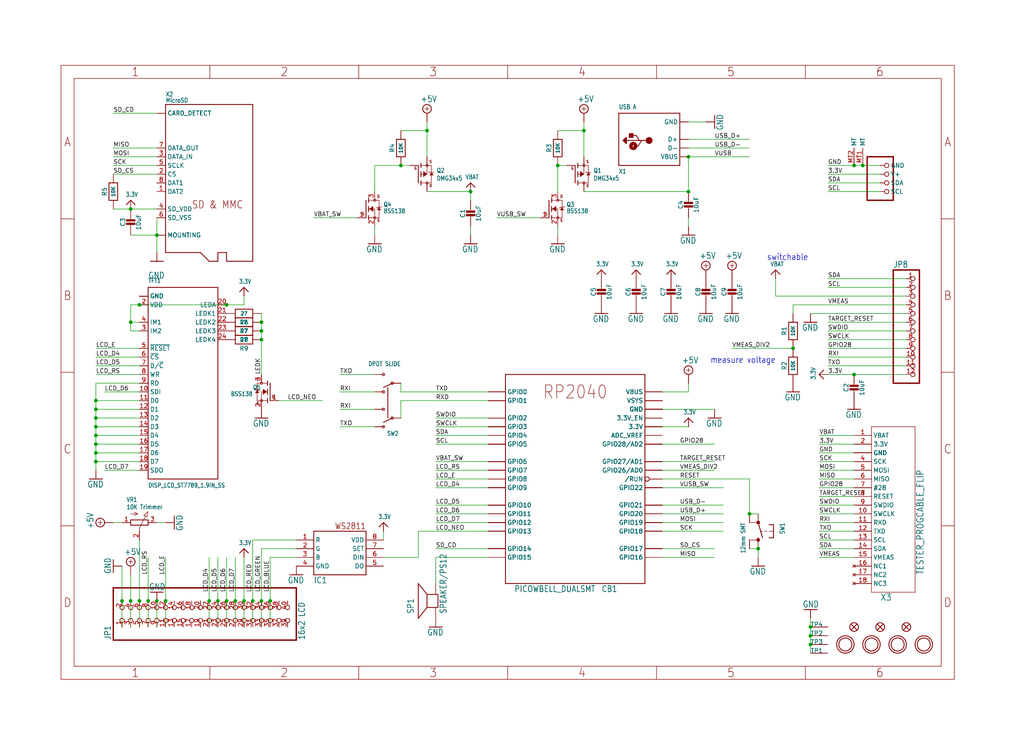
<source format=kicad_sch>
(kicad_sch (version 20230121) (generator eeschema)
  (paper "User" 298.45 217.322)
  (junction (at 231.14 101.6))
  (junction (at 170.18 38.1))
  (junction (at 27.94 119.38))
  (junction (at 27.94 121.92))
  (junction (at 40.64 175.26))
  (junction (at 66.04 175.26))
  (junction (at 218.44 149.86))
  (junction (at 76.2 175.26))
  (junction (at 63.5 175.26))
  (junction (at 124.46 38.1))
  (junction (at 76.2 93.98))
  (junction (at 76.2 96.52))
  (junction (at 248.92 48.26))
  (junction (at 236.22 182.88))
  (junction (at 38.1 93.98))
  (junction (at 35.56 175.26))
  (junction (at 66.04 88.9))
  (junction (at 78.74 175.26))
  (junction (at 45.72 175.26))
  (junction (at 27.94 116.84))
  (junction (at 48.26 175.26))
  (junction (at 68.58 175.26))
  (junction (at 76.2 99.06))
  (junction (at 248.92 109.22))
  (junction (at 27.94 127))
  (junction (at 73.66 175.26))
  (junction (at 43.18 175.26))
  (junction (at 236.22 185.42))
  (junction (at 27.94 124.46))
  (junction (at 200.66 55.88))
  (junction (at 220.98 160.02))
  (junction (at 27.94 129.54))
  (junction (at 137.16 55.88))
  (junction (at 27.94 134.62))
  (junction (at 27.94 132.08))
  (junction (at 40.64 88.9))
  (junction (at 38.1 60.96))
  (junction (at 251.46 48.26))
  (junction (at 236.22 187.96))
  (junction (at 116.84 48.26))
  (junction (at 60.96 175.26))
  (junction (at 38.1 175.26))
  (junction (at 162.56 48.26))
  (junction (at 200.66 45.72))
  (junction (at 45.72 68.58))
  (junction (at 71.12 175.26))
  (wire (pts (xy 76.2 93.98) (xy 76.2 96.52)) (stroke (width 0.1524)))
  (wire (pts (xy 40.64 134.62) (xy 27.94 134.62)) (stroke (width 0.1524)))
  (wire (pts (xy 40.64 109.22) (xy 27.94 109.22)) (stroke (width 0.1524)))
  (wire (pts (xy 264.16 93.98) (xy 241.3 93.98)) (stroke (width 0.1524)))
  (wire (pts (xy 104.14 63.5) (xy 91.44 63.5)) (stroke (width 0.1524)))
  (wire (pts (xy 68.58 182.88) (xy 68.58 175.26)) (stroke (width 0.1524)))
  (wire (pts (xy 43.18 182.88) (xy 43.18 175.26)) (stroke (width 0.1524)))
  (wire (pts (xy 76.2 175.26) (xy 76.2 182.88)) (stroke (width 0.1524)))
  (wire (pts (xy 109.22 68.58) (xy 109.22 66.04)) (stroke (width 0.1524)))
  (wire (pts (xy 256.54 53.34) (xy 241.3 53.34)) (stroke (width 0.1524)))
  (wire (pts (xy 45.72 152.4) (xy 48.26 152.4)) (stroke (width 0.1524)))
  (wire (pts (xy 86.36 160.02) (xy 76.2 160.02)) (stroke (width 0.1524)))
  (wire (pts (xy 71.12 182.88) (xy 71.12 175.26)) (stroke (width 0.1524)))
  (wire (pts (xy 45.72 63.5) (xy 45.72 68.58)) (stroke (width 0.1524)))
  (wire (pts (xy 27.94 119.38) (xy 27.94 116.84)) (stroke (width 0.1524)))
  (wire (pts (xy 99.06 109.22) (xy 109.22 109.22)) (stroke (width 0.1524)))
  (wire (pts (xy 170.18 38.1) (xy 170.18 45.72)) (stroke (width 0.1524)))
  (wire (pts (xy 142.24 127) (xy 127 127)) (stroke (width 0.1524)))
  (wire (pts (xy 38.1 60.96) (xy 33.02 60.96)) (stroke (width 0.1524)))
  (wire (pts (xy 170.18 35.56) (xy 170.18 38.1)) (stroke (width 0.1524)))
  (wire (pts (xy 162.56 48.26) (xy 165.1 48.26)) (stroke (width 0.1524)))
  (wire (pts (xy 73.66 175.26) (xy 73.66 182.88)) (stroke (width 0.1524)))
  (wire (pts (xy 193.04 154.94) (xy 210.82 154.94)) (stroke (width 0.1524)))
  (wire (pts (xy 220.98 160.02) (xy 218.44 160.02)) (stroke (width 0.1524)))
  (wire (pts (xy 63.5 175.26) (xy 63.5 162.56)) (stroke (width 0.1524)))
  (wire (pts (xy 27.94 129.54) (xy 40.64 129.54)) (stroke (width 0.1524)))
  (wire (pts (xy 248.92 132.08) (xy 238.76 132.08)) (stroke (width 0.1524)))
  (wire (pts (xy 142.24 162.56) (xy 127 162.56)) (stroke (width 0.1524)))
  (wire (pts (xy 40.64 175.26) (xy 40.64 157.48)) (stroke (width 0.1524)))
  (wire (pts (xy 236.22 180.34) (xy 236.22 182.88)) (stroke (width 0.1524)))
  (wire (pts (xy 193.04 142.24) (xy 210.82 142.24)) (stroke (width 0.1524)))
  (wire (pts (xy 116.84 48.26) (xy 119.38 48.26)) (stroke (width 0.1524)))
  (wire (pts (xy 236.22 91.44) (xy 264.16 91.44)) (stroke (width 0.1524)))
  (wire (pts (xy 48.26 182.88) (xy 48.26 175.26)) (stroke (width 0.1524)))
  (wire (pts (xy 236.22 182.88) (xy 236.22 185.42)) (stroke (width 0.1524)))
  (wire (pts (xy 200.66 45.72) (xy 218.44 45.72)) (stroke (width 0.1524)))
  (wire (pts (xy 27.94 111.76) (xy 40.64 111.76)) (stroke (width 0.1524)))
  (wire (pts (xy 40.64 93.98) (xy 38.1 93.98)) (stroke (width 0.1524)))
  (wire (pts (xy 48.26 175.26) (xy 48.26 162.56)) (stroke (width 0.1524)))
  (wire (pts (xy 200.66 35.56) (xy 205.74 35.56)) (stroke (width 0.1524)))
  (wire (pts (xy 210.82 152.4) (xy 193.04 152.4)) (stroke (width 0.1524)))
  (wire (pts (xy 226.06 86.36) (xy 226.06 81.28)) (stroke (width 0.1524)))
  (wire (pts (xy 121.92 162.56) (xy 111.76 162.56)) (stroke (width 0.1524)))
  (wire (pts (xy 45.72 43.18) (xy 33.02 43.18)) (stroke (width 0.1524)))
  (wire (pts (xy 45.72 33.02) (xy 33.02 33.02)) (stroke (width 0.1524)))
  (wire (pts (xy 27.94 116.84) (xy 27.94 111.76)) (stroke (width 0.1524)))
  (wire (pts (xy 193.04 139.7) (xy 218.44 139.7)) (stroke (width 0.1524)))
  (wire (pts (xy 238.76 134.62) (xy 248.92 134.62)) (stroke (width 0.1524)))
  (wire (pts (xy 200.66 114.3) (xy 200.66 111.76)) (stroke (width 0.1524)))
  (wire (pts (xy 236.22 185.42) (xy 236.22 187.96)) (stroke (width 0.1524)))
  (wire (pts (xy 241.3 50.8) (xy 256.54 50.8)) (stroke (width 0.1524)))
  (wire (pts (xy 76.2 160.02) (xy 76.2 175.26)) (stroke (width 0.1524)))
  (wire (pts (xy 238.76 144.78) (xy 248.92 144.78)) (stroke (width 0.1524)))
  (wire (pts (xy 142.24 121.92) (xy 127 121.92)) (stroke (width 0.1524)))
  (wire (pts (xy 248.92 160.02) (xy 238.76 160.02)) (stroke (width 0.1524)))
  (wire (pts (xy 241.3 106.68) (xy 264.16 106.68)) (stroke (width 0.1524)))
  (wire (pts (xy 33.02 48.26) (xy 45.72 48.26)) (stroke (width 0.1524)))
  (wire (pts (xy 142.24 160.02) (xy 127 160.02)) (stroke (width 0.1524)))
  (wire (pts (xy 99.06 119.38) (xy 109.22 119.38)) (stroke (width 0.1524)))
  (wire (pts (xy 40.64 106.68) (xy 27.94 106.68)) (stroke (width 0.1524)))
  (wire (pts (xy 200.66 66.04) (xy 200.66 63.5)) (stroke (width 0.1524)))
  (wire (pts (xy 238.76 149.86) (xy 248.92 149.86)) (stroke (width 0.1524)))
  (wire (pts (xy 27.94 134.62) (xy 27.94 137.16)) (stroke (width 0.1524)))
  (wire (pts (xy 27.94 132.08) (xy 27.94 134.62)) (stroke (width 0.1524)))
  (wire (pts (xy 162.56 68.58) (xy 162.56 66.04)) (stroke (width 0.1524)))
  (wire (pts (xy 157.48 63.5) (xy 144.78 63.5)) (stroke (width 0.1524)))
  (wire (pts (xy 193.04 114.3) (xy 200.66 114.3)) (stroke (width 0.1524)))
  (wire (pts (xy 60.96 162.56) (xy 60.96 175.26)) (stroke (width 0.1524)))
  (wire (pts (xy 248.92 137.16) (xy 238.76 137.16)) (stroke (width 0.1524)))
  (wire (pts (xy 238.76 129.54) (xy 248.92 129.54)) (stroke (width 0.1524)))
  (wire (pts (xy 127 162.56) (xy 127 170.18)) (stroke (width 0.1524)))
  (wire (pts (xy 35.56 165.1) (xy 35.56 175.26)) (stroke (width 0.1524)))
  (wire (pts (xy 236.22 190.5) (xy 236.22 187.96)) (stroke (width 0.1524)))
  (wire (pts (xy 45.72 175.26) (xy 45.72 182.88)) (stroke (width 0.1524)))
  (wire (pts (xy 193.04 162.56) (xy 208.28 162.56)) (stroke (width 0.1524)))
  (wire (pts (xy 38.1 167.64) (xy 38.1 175.26)) (stroke (width 0.1524)))
  (wire (pts (xy 35.56 175.26) (xy 35.56 182.88)) (stroke (width 0.1524)))
  (wire (pts (xy 38.1 88.9) (xy 38.1 93.98)) (stroke (width 0.1524)))
  (wire (pts (xy 193.04 134.62) (xy 208.28 134.62)) (stroke (width 0.1524)))
  (wire (pts (xy 218.44 139.7) (xy 218.44 149.86)) (stroke (width 0.1524)))
  (wire (pts (xy 40.64 137.16) (xy 30.48 137.16)) (stroke (width 0.1524)))
  (wire (pts (xy 241.3 99.06) (xy 264.16 99.06)) (stroke (width 0.1524)))
  (wire (pts (xy 200.66 55.88) (xy 200.66 45.72)) (stroke (width 0.1524)))
  (wire (pts (xy 40.64 114.3) (xy 30.48 114.3)) (stroke (width 0.1524)))
  (wire (pts (xy 66.04 162.56) (xy 66.04 175.26)) (stroke (width 0.1524)))
  (wire (pts (xy 40.64 132.08) (xy 27.94 132.08)) (stroke (width 0.1524)))
  (wire (pts (xy 238.76 154.94) (xy 248.92 154.94)) (stroke (width 0.1524)))
  (wire (pts (xy 76.2 96.52) (xy 76.2 99.06)) (stroke (width 0.1524)))
  (wire (pts (xy 264.16 101.6) (xy 241.3 101.6)) (stroke (width 0.1524)))
  (wire (pts (xy 170.18 38.1) (xy 162.56 38.1)) (stroke (width 0.1524)))
  (wire (pts (xy 27.94 129.54) (xy 27.94 127)) (stroke (width 0.1524)))
  (wire (pts (xy 63.5 182.88) (xy 63.5 175.26)) (stroke (width 0.1524)))
  (wire (pts (xy 193.04 137.16) (xy 208.28 137.16)) (stroke (width 0.1524)))
  (wire (pts (xy 208.28 119.38) (xy 193.04 119.38)) (stroke (width 0.1524)))
  (wire (pts (xy 76.2 91.44) (xy 76.2 93.98)) (stroke (width 0.1524)))
  (wire (pts (xy 248.92 142.24) (xy 238.76 142.24)) (stroke (width 0.1524)))
  (wire (pts (xy 45.72 60.96) (xy 38.1 60.96)) (stroke (width 0.1524)))
  (wire (pts (xy 193.04 149.86) (xy 210.82 149.86)) (stroke (width 0.1524)))
  (wire (pts (xy 200.66 124.46) (xy 193.04 124.46)) (stroke (width 0.1524)))
  (wire (pts (xy 124.46 38.1) (xy 116.84 38.1)) (stroke (width 0.1524)))
  (wire (pts (xy 40.64 121.92) (xy 27.94 121.92)) (stroke (width 0.1524)))
  (wire (pts (xy 38.1 182.88) (xy 38.1 175.26)) (stroke (width 0.1524)))
  (wire (pts (xy 220.98 160.02) (xy 220.98 162.56)) (stroke (width 0.1524)))
  (wire (pts (xy 121.92 154.94) (xy 121.92 162.56)) (stroke (width 0.1524)))
  (wire (pts (xy 40.64 96.52) (xy 38.1 96.52)) (stroke (width 0.1524)))
  (wire (pts (xy 127 149.86) (xy 142.24 149.86)) (stroke (width 0.1524)))
  (wire (pts (xy 137.16 55.88) (xy 124.46 55.88)) (stroke (width 0.1524)))
  (wire (pts (xy 248.92 147.32) (xy 238.76 147.32)) (stroke (width 0.1524)))
  (wire (pts (xy 200.66 40.64) (xy 218.44 40.64)) (stroke (width 0.1524)))
  (wire (pts (xy 60.96 175.26) (xy 60.96 182.88)) (stroke (width 0.1524)))
  (wire (pts (xy 248.92 152.4) (xy 238.76 152.4)) (stroke (width 0.1524)))
  (wire (pts (xy 111.76 154.94) (xy 111.76 157.48)) (stroke (width 0.1524)))
  (wire (pts (xy 193.04 160.02) (xy 208.28 160.02)) (stroke (width 0.1524)))
  (wire (pts (xy 45.72 68.58) (xy 38.1 68.58)) (stroke (width 0.1524)))
  (wire (pts (xy 109.22 124.46) (xy 99.06 124.46)) (stroke (width 0.1524)))
  (wire (pts (xy 109.22 55.88) (xy 109.22 48.26)) (stroke (width 0.1524)))
  (wire (pts (xy 193.04 129.54) (xy 208.28 129.54)) (stroke (width 0.1524)))
  (wire (pts (xy 256.54 48.26) (xy 251.46 48.26)) (stroke (width 0.1524)))
  (wire (pts (xy 121.92 154.94) (xy 142.24 154.94)) (stroke (width 0.1524)))
  (wire (pts (xy 241.3 109.22) (xy 248.92 109.22)) (stroke (width 0.1524)))
  (wire (pts (xy 137.16 58.42) (xy 137.16 55.88)) (stroke (width 0.1524)))
  (wire (pts (xy 35.56 152.4) (xy 33.02 152.4)) (stroke (width 0.1524)))
  (wire (pts (xy 45.72 50.8) (xy 33.02 50.8)) (stroke (width 0.1524)))
  (wire (pts (xy 231.14 101.6) (xy 213.36 101.6)) (stroke (width 0.1524)))
  (wire (pts (xy 127 124.46) (xy 142.24 124.46)) (stroke (width 0.1524)))
  (wire (pts (xy 142.24 139.7) (xy 127 139.7)) (stroke (width 0.1524)))
  (wire (pts (xy 231.14 91.44) (xy 231.14 88.9)) (stroke (width 0.1524)))
  (wire (pts (xy 68.58 175.26) (xy 68.58 162.56)) (stroke (width 0.1524)))
  (wire (pts (xy 248.92 109.22) (xy 264.16 109.22)) (stroke (width 0.1524)))
  (wire (pts (xy 78.74 182.88) (xy 78.74 175.26)) (stroke (width 0.1524)))
  (wire (pts (xy 124.46 35.56) (xy 124.46 38.1)) (stroke (width 0.1524)))
  (wire (pts (xy 38.1 96.52) (xy 38.1 93.98)) (stroke (width 0.1524)))
  (wire (pts (xy 200.66 43.18) (xy 218.44 43.18)) (stroke (width 0.1524)))
  (wire (pts (xy 86.36 162.56) (xy 78.74 162.56)) (stroke (width 0.1524)))
  (wire (pts (xy 27.94 127) (xy 27.94 124.46)) (stroke (width 0.1524)))
  (wire (pts (xy 71.12 88.9) (xy 66.04 88.9)) (stroke (width 0.1524)))
  (wire (pts (xy 241.3 83.82) (xy 264.16 83.82)) (stroke (width 0.1524)))
  (wire (pts (xy 248.92 48.26) (xy 241.3 48.26)) (stroke (width 0.1524)))
  (wire (pts (xy 27.94 119.38) (xy 40.64 119.38)) (stroke (width 0.1524)))
  (wire (pts (xy 27.94 121.92) (xy 27.94 119.38)) (stroke (width 0.1524)))
  (wire (pts (xy 248.92 127) (xy 238.76 127)) (stroke (width 0.1524)))
  (wire (pts (xy 248.92 157.48) (xy 238.76 157.48)) (stroke (width 0.1524)))
  (wire (pts (xy 116.84 116.84) (xy 142.24 116.84)) (stroke (width 0.1524)))
  (wire (pts (xy 43.18 162.56) (xy 43.18 175.26)) (stroke (width 0.1524)))
  (wire (pts (xy 71.12 86.36) (xy 71.12 88.9)) (stroke (width 0.1524)))
  (wire (pts (xy 45.72 68.58) (xy 45.72 73.66)) (stroke (width 0.1524)))
  (wire (pts (xy 86.36 157.48) (xy 73.66 157.48)) (stroke (width 0.1524)))
  (wire (pts (xy 142.24 134.62) (xy 127 134.62)) (stroke (width 0.1524)))
  (wire (pts (xy 142.24 142.24) (xy 127 142.24)) (stroke (width 0.1524)))
  (wire (pts (xy 264.16 86.36) (xy 226.06 86.36)) (stroke (width 0.1524)))
  (wire (pts (xy 251.46 48.26) (xy 248.92 48.26)) (stroke (width 0.1524)))
  (wire (pts (xy 73.66 175.26) (xy 73.66 157.48)) (stroke (width 0.1524)))
  (wire (pts (xy 137.16 68.58) (xy 137.16 66.04)) (stroke (width 0.1524)))
  (wire (pts (xy 241.3 55.88) (xy 256.54 55.88)) (stroke (width 0.1524)))
  (wire (pts (xy 264.16 88.9) (xy 231.14 88.9)) (stroke (width 0.1524)))
  (wire (pts (xy 162.56 55.88) (xy 162.56 48.26)) (stroke (width 0.1524)))
  (wire (pts (xy 142.24 152.4) (xy 127 152.4)) (stroke (width 0.1524)))
  (wire (pts (xy 27.94 132.08) (xy 27.94 129.54)) (stroke (width 0.1524)))
  (wire (pts (xy 71.12 175.26) (xy 71.12 162.56)) (stroke (width 0.1524)))
  (wire (pts (xy 27.94 124.46) (xy 40.64 124.46)) (stroke (width 0.1524)))
  (wire (pts (xy 66.04 175.26) (xy 66.04 182.88)) (stroke (width 0.1524)))
  (wire (pts (xy 33.02 45.72) (xy 45.72 45.72)) (stroke (width 0.1524)))
  (wire (pts (xy 109.22 114.3) (xy 99.06 114.3)) (stroke (width 0.1524)))
  (wire (pts (xy 238.76 139.7) (xy 248.92 139.7)) (stroke (width 0.1524)))
  (wire (pts (xy 116.84 116.84) (xy 116.84 121.92)) (stroke (width 0.1524)))
  (wire (pts (xy 40.64 116.84) (xy 27.94 116.84)) (stroke (width 0.1524)))
  (wire (pts (xy 220.98 149.86) (xy 218.44 149.86)) (stroke (width 0.1524)))
  (wire (pts (xy 124.46 38.1) (xy 124.46 45.72)) (stroke (width 0.1524)))
  (wire (pts (xy 27.94 124.46) (xy 27.94 121.92)) (stroke (width 0.1524)))
  (wire (pts (xy 38.1 88.9) (xy 40.64 88.9)) (stroke (width 0.1524)))
  (wire (pts (xy 241.3 81.28) (xy 264.16 81.28)) (stroke (width 0.1524)))
  (wire (pts (xy 116.84 114.3) (xy 116.84 111.76)) (stroke (width 0.1524)))
  (wire (pts (xy 27.94 104.14) (xy 40.64 104.14)) (stroke (width 0.1524)))
  (wire (pts (xy 241.3 104.14) (xy 264.16 104.14)) (stroke (width 0.1524)))
  (wire (pts (xy 170.18 55.88) (xy 200.66 55.88)) (stroke (width 0.1524)))
  (wire (pts (xy 76.2 99.06) (xy 76.2 109.22)) (stroke (width 0.1524)))
  (wire (pts (xy 127 129.54) (xy 142.24 129.54)) (stroke (width 0.1524)))
  (wire (pts (xy 193.04 147.32) (xy 210.82 147.32)) (stroke (width 0.1524)))
  (wire (pts (xy 40.64 127) (xy 27.94 127)) (stroke (width 0.1524)))
  (wire (pts (xy 238.76 162.56) (xy 248.92 162.56)) (stroke (width 0.1524)))
  (wire (pts (xy 40.64 88.9) (xy 66.04 88.9)) (stroke (width 0.1524)))
  (wire (pts (xy 142.24 114.3) (xy 116.84 114.3)) (stroke (width 0.1524)))
  (wire (pts (xy 127 137.16) (xy 142.24 137.16)) (stroke (width 0.1524)))
  (wire (pts (xy 142.24 147.32) (xy 127 147.32)) (stroke (width 0.1524)))
  (wire (pts (xy 40.64 101.6) (xy 27.94 101.6)) (stroke (width 0.1524)))
  (wire (pts (xy 109.22 48.26) (xy 116.84 48.26)) (stroke (width 0.1524)))
  (wire (pts (xy 78.74 175.26) (xy 78.74 162.56)) (stroke (width 0.1524)))
  (wire (pts (xy 81.28 116.84) (xy 93.98 116.84)) (stroke (width 0.1524)))
  (wire (pts (xy 241.3 96.52) (xy 264.16 96.52)) (stroke (width 0.1524)))
  (wire (pts (xy 40.64 175.26) (xy 40.64 182.88)) (stroke (width 0.1524)))
  (text "measure voltage" (at 226.06 104.14 0) (effects (font (size 1.778 1.5113)) (justify right top)))
  (text "switchable" (at 223.52 76.2 0) (effects (font (size 1.778 1.5113)) (justify left bottom)))
  (label "TARGET_RESET" (at 198.12 134.62 0) (effects (font (size 1.2446 1.2446))))
  (label "LCD_D6" (at 127 149.86 0) (effects (font (size 1.2446 1.2446))))
  (label "LCD_D5" (at 63.5 172.72 90) (effects (font (size 1.2446 1.2446))))
  (label "LCD_D6" (at 66.04 172.72 90) (effects (font (size 1.2446 1.2446))))
  (label "VMEAS" (at 238.76 162.56 0) (effects (font (size 1.2446 1.2446))))
  (label "LCD_D4" (at 127 142.24 0) (effects (font (size 1.2446 1.2446))))
  (label "LCD_D5" (at 127 147.32 0) (effects (font (size 1.2446 1.2446))))
  (label "LCD_RED" (at 73.66 172.72 90) (effects (font (size 1.2446 1.2446))))
  (label "MISO" (at 33.02 43.18 0) (effects (font (size 1.2446 1.2446))))
  (label "LCD_D4" (at 60.96 172.72 90) (effects (font (size 1.2446 1.2446))))
  (label "LCD_D4" (at 27.94 104.14 0) (effects (font (size 1.2446 1.2446))))
  (label "SD_CD" (at 127 160.02 0) (effects (font (size 1.2446 1.2446))))
  (label "LCD_GREEN" (at 76.2 172.72 90) (effects (font (size 1.2446 1.2446))))
  (label "RXI" (at 241.3 104.14 0) (effects (font (size 1.2446 1.2446))))
  (label "TARGET_RESET" (at 241.3 93.98 0) (effects (font (size 1.2446 1.2446))))
  (label "SWDIO" (at 238.76 147.32 0) (effects (font (size 1.2446 1.2446))))
  (label "LCD_NEO" (at 127 154.94 0) (effects (font (size 1.2446 1.2446))))
  (label "SDA" (at 241.3 53.34 0) (effects (font (size 1.2446 1.2446))))
  (label "LCD_D7" (at 30.48 137.16 0) (effects (font (size 1.2446 1.2446))))
  (label "RXI" (at 238.76 152.4 0) (effects (font (size 1.2446 1.2446))))
  (label "SCL" (at 241.3 83.82 0) (effects (font (size 1.2446 1.2446))))
  (label "SD_CS" (at 33.02 50.8 0) (effects (font (size 1.2446 1.2446))))
  (label "LCD_D7" (at 127 152.4 0) (effects (font (size 1.2446 1.2446))))
  (label "TXO" (at 238.76 154.94 0) (effects (font (size 1.2446 1.2446))))
  (label "VMEAS_DIV2" (at 198.12 137.16 0) (effects (font (size 1.2446 1.2446))))
  (label "3.3V" (at 241.3 109.22 0) (effects (font (size 1.2446 1.2446))))
  (label "GPIO28" (at 198.12 129.54 0) (effects (font (size 1.2446 1.2446))))
  (label "VBAT" (at 238.76 127 0) (effects (font (size 1.2446 1.2446))))
  (label "VUSB_SW" (at 144.78 63.5 0) (effects (font (size 1.2446 1.2446))))
  (label "VMEAS_DIV2" (at 213.36 101.6 0) (effects (font (size 1.2446 1.2446))))
  (label "LCD_E" (at 48.26 167.64 90) (effects (font (size 1.2446 1.2446))))
  (label "SCL" (at 238.76 157.48 0) (effects (font (size 1.2446 1.2446))))
  (label "LCD_E" (at 127 139.7 0) (effects (font (size 1.2446 1.2446))))
  (label "SCK" (at 33.02 48.26 0) (effects (font (size 1.2446 1.2446))))
  (label "LCD_D6" (at 30.48 114.3 0) (effects (font (size 1.2446 1.2446))))
  (label "TARGET_RESET" (at 238.76 144.78 0) (effects (font (size 1.2446 1.2446))))
  (label "SCK" (at 238.76 134.62 0) (effects (font (size 1.2446 1.2446))))
  (label "3.3V" (at 241.3 50.8 0) (effects (font (size 1.2446 1.2446))))
  (label "SCL" (at 241.3 55.88 0) (effects (font (size 1.2446 1.2446))))
  (label "LCD_RS" (at 43.18 167.64 90) (effects (font (size 1.2446 1.2446))))
  (label "SWDIO" (at 127 121.92 0) (effects (font (size 1.2446 1.2446))))
  (label "MOSI" (at 33.02 45.72 0) (effects (font (size 1.2446 1.2446))))
  (label "VBAT_SW" (at 91.44 63.5 0) (effects (font (size 1.2446 1.2446))))
  (label "SDA" (at 241.3 81.28 0) (effects (font (size 1.2446 1.2446))))
  (label "SD_CD" (at 33.02 33.02 0) (effects (font (size 1.2446 1.2446))))
  (label "VUSB" (at 208.28 45.72 0) (effects (font (size 1.2446 1.2446))))
  (label "LCD_D7" (at 68.58 172.72 90) (effects (font (size 1.2446 1.2446))))
  (label "LEDK" (at 76.2 109.22 90) (effects (font (size 1.2446 1.2446))))
  (label "VMEAS" (at 241.3 88.9 0) (effects (font (size 1.2446 1.2446))))
  (label "SWCLK" (at 127 124.46 0) (effects (font (size 1.2446 1.2446))))
  (label "USB_D+" (at 208.28 40.64 0) (effects (font (size 1.2446 1.2446))))
  (label "TXD" (at 127 114.3 0) (effects (font (size 1.2446 1.2446))))
  (label "SWDIO" (at 241.3 96.52 0) (effects (font (size 1.2446 1.2446))))
  (label "LCD_D5" (at 27.94 106.68 0) (effects (font (size 1.2446 1.2446))))
  (label "VBAT_SW" (at 127 134.62 0) (effects (font (size 1.2446 1.2446))))
  (label "LCD_E" (at 27.94 101.6 0) (effects (font (size 1.2446 1.2446))))
  (label "LCD_NEO" (at 83.82 116.84 0) (effects (font (size 1.2446 1.2446))))
  (label "RXD" (at 127 116.84 0) (effects (font (size 1.2446 1.2446))))
  (label "RXI" (at 99.06 119.38 0) (effects (font (size 1.2446 1.2446))))
  (label "MOSI" (at 238.76 137.16 0) (effects (font (size 1.2446 1.2446))))
  (label "MOSI" (at 198.12 152.4 0) (effects (font (size 1.2446 1.2446))))
  (label "LCD_RS" (at 27.94 109.22 0) (effects (font (size 1.2446 1.2446))))
  (label "TXO" (at 241.3 106.68 0) (effects (font (size 1.2446 1.2446))))
  (label "USB_D+" (at 198.12 149.86 0) (effects (font (size 1.2446 1.2446))))
  (label "USB_D-" (at 208.28 43.18 0) (effects (font (size 1.2446 1.2446))))
  (label "SWCLK" (at 241.3 99.06 0) (effects (font (size 1.2446 1.2446))))
  (label "RESET" (at 198.12 139.7 0) (effects (font (size 1.2446 1.2446))))
  (label "MISO" (at 198.12 162.56 0) (effects (font (size 1.2446 1.2446))))
  (label "SCK" (at 198.12 154.94 0) (effects (font (size 1.2446 1.2446))))
  (label "LCD_RS" (at 127 137.16 0) (effects (font (size 1.2446 1.2446))))
  (label "TXO" (at 99.06 124.46 0) (effects (font (size 1.2446 1.2446))))
  (label "SCL" (at 127 129.54 0) (effects (font (size 1.2446 1.2446))))
  (label "GPIO28" (at 241.3 101.6 0) (effects (font (size 1.2446 1.2446))))
  (label "RXI" (at 99.06 114.3 0) (effects (font (size 1.2446 1.2446))))
  (label "TXO" (at 99.06 109.22 0) (effects (font (size 1.2446 1.2446))))
  (label "SWCLK" (at 238.76 149.86 0) (effects (font (size 1.2446 1.2446))))
  (label "GND" (at 241.3 48.26 0) (effects (font (size 1.2446 1.2446))))
  (label "GPIO28" (at 238.76 142.24 0) (effects (font (size 1.2446 1.2446))))
  (label "VUSB_SW" (at 198.12 142.24 0) (effects (font (size 1.2446 1.2446))))
  (label "USB_D-" (at 198.12 147.32 0) (effects (font (size 1.2446 1.2446))))
  (label "GND" (at 238.76 132.08 0) (effects (font (size 1.2446 1.2446))))
  (label "LCD_BLUE" (at 78.74 172.72 90) (effects (font (size 1.2446 1.2446))))
  (label "SDA" (at 127 127 0) (effects (font (size 1.2446 1.2446))))
  (label "SD_CS" (at 198.12 160.02 0) (effects (font (size 1.2446 1.2446))))
  (label "MISO" (at 238.76 139.7 0) (effects (font (size 1.2446 1.2446))))
  (label "3.3V" (at 238.76 129.54 0) (effects (font (size 1.2446 1.2446))))
  (label "SDA" (at 238.76 160.02 0) (effects (font (size 1.2446 1.2446))))
  (symbol (lib_id "working-eagle-import:3.3V") (at 200.66 121.92 0) (unit 1)
    (property "Reference" "#U$2" (effects hide))
    (property "Value" "3.3V" (at 199.136 120.904 0) (effects (font (size 1.27 1.0795)) (justify left bottom)))
  )
  (symbol (lib_id "working-eagle-import:FIDUCIAL_1MM") (at 256.54 182.88 0) (unit 1)
    (property "Reference" "FID2" (effects hide))
    (property "Value" "FIDUCIAL_1MM" (effects hide))
    (property "Footprint" "working:FIDUCIAL_1MM" (effects hide))
  )
  (symbol (lib_id "working-eagle-import:+5V") (at 124.46 33.02 0) (unit 1)
    (property "Reference" "#SUPPLY5" (effects hide))
    (property "Value" "+5V" (at 122.555 29.845 0) (effects (font (size 1.778 1.5113)) (justify left bottom)))
  )
  (symbol (lib_id "working-eagle-import:SEWTAP_SMTNUTM3") (at 236.22 190.5 0) (unit 1)
    (property "Reference" "TP1" (at 236.22 190.5 0) (effects (justify left bottom)))
    (property "Value" "SEWTAP_SMTNUTM3" (effects hide))
    (property "Footprint" "working:SMT_NUT_3MM" (effects hide))
  )
  (symbol (lib_id "working-eagle-import:RESISTOR_0603_NOOUT") (at 231.14 96.52 90) (unit 1)
    (property "Reference" "R1" (at 228.6 96.52 0))
    (property "Value" "10K" (at 231.14 96.52 0) (effects (font (size 1.016 1.016) bold)))
    (property "Footprint" "working:0603-NO" (effects hide))
  )
  (symbol (lib_id "working-eagle-import:GND") (at 127 182.88 0) (unit 1)
    (property "Reference" "#GND16" (effects hide))
    (property "Value" "GND" (at 124.46 185.42 0) (effects (font (size 1.778 1.5113)) (justify left bottom)))
  )
  (symbol (lib_id "working-eagle-import:CAP_CERAMIC0805-NOOUTLINE") (at 185.42 86.36 0) (unit 1)
    (property "Reference" "C6" (at 183.13 85.11 90))
    (property "Value" "10uF" (at 187.72 85.11 90))
    (property "Footprint" "working:0805-NO" (effects hide))
  )
  (symbol (lib_id "working-eagle-import:GND") (at 220.98 165.1 0) (unit 1)
    (property "Reference" "#GND4" (effects hide))
    (property "Value" "GND" (at 218.44 167.64 0) (effects (font (size 1.778 1.5113)) (justify left bottom)))
  )
  (symbol (lib_id "working-eagle-import:GND") (at 248.92 119.38 0) (unit 1)
    (property "Reference" "#GND14" (effects hide))
    (property "Value" "GND" (at 246.38 121.92 0) (effects (font (size 1.778 1.5113)) (justify left bottom)))
  )
  (symbol (lib_id "working-eagle-import:+5V") (at 170.18 33.02 0) (unit 1)
    (property "Reference" "#SUPPLY6" (effects hide))
    (property "Value" "+5V" (at 168.275 29.845 0) (effects (font (size 1.778 1.5113)) (justify left bottom)))
  )
  (symbol (lib_id "working-eagle-import:GND") (at 162.56 71.12 0) (unit 1)
    (property "Reference" "#GND3" (effects hide))
    (property "Value" "GND" (at 160.02 73.66 0) (effects (font (size 1.778 1.5113)) (justify left bottom)))
  )
  (symbol (lib_id "working-eagle-import:RESISTOR_0603_NOOUT") (at 71.12 96.52 180) (unit 1)
    (property "Reference" "R8" (at 71.12 99.06 0))
    (property "Value" "27" (at 71.12 96.52 0) (effects (font (size 1.016 1.016) bold)))
    (property "Footprint" "working:0603-NO" (effects hide))
    (property "LCSC" "C25190" (effects hide))
  )
  (symbol (lib_id "working-eagle-import:RESISTOR_0603_NOOUT") (at 116.84 43.18 90) (unit 1)
    (property "Reference" "R4" (at 114.3 43.18 0))
    (property "Value" "10K" (at 116.84 43.18 0) (effects (font (size 1.016 1.016) bold)))
    (property "Footprint" "working:0603-NO" (effects hide))
  )
  (symbol (lib_id "working-eagle-import:GND") (at 33.02 165.1 270) (unit 1)
    (property "Reference" "#GND5" (effects hide))
    (property "Value" "GND" (at 30.48 162.56 0) (effects (font (size 1.778 1.5113)) (justify left bottom)))
  )
  (symbol (lib_id "working-eagle-import:CAP_CERAMIC0805-NOOUTLINE") (at 205.74 86.36 0) (unit 1)
    (property "Reference" "C8" (at 203.45 85.11 90))
    (property "Value" "10uF" (at 208.04 85.11 90))
    (property "Footprint" "working:0805-NO" (effects hide))
  )
  (symbol (lib_id "working-eagle-import:MOSFET-PWIDE") (at 124.46 50.8 0) (unit 1)
    (property "Reference" "Q2" (at 127.254 50.419 0) (effects (font (size 1.27 1.0795)) (justify left bottom)))
    (property "Value" "DMG34x5" (at 127.254 52.705 0) (effects (font (size 1.27 1.0795)) (justify left bottom)))
    (property "Footprint" "working:SOT23-WIDE" (effects hide))
  )
  (symbol (lib_id "working-eagle-import:RESISTOR_0603_NOOUT") (at 33.02 55.88 90) (unit 1)
    (property "Reference" "R5" (at 30.48 55.88 0))
    (property "Value" "10K" (at 33.02 55.88 0) (effects (font (size 1.016 1.016) bold)))
    (property "Footprint" "working:0603-NO" (effects hide))
  )
  (symbol (lib_id "working-eagle-import:STEMMA_I2C_QT") (at 248.92 48.26 90) (unit 3)
    (property "Reference" "CONN1" (effects hide))
    (property "Value" "STEMMA_I2C_QT" (effects hide))
    (property "Footprint" "working:JST_SH4" (effects hide))
  )
  (symbol (lib_id "working-eagle-import:GND") (at 213.36 91.44 0) (unit 1)
    (property "Reference" "#GND23" (effects hide))
    (property "Value" "GND" (at 210.82 93.98 0) (effects (font (size 1.778 1.5113)) (justify left bottom)))
  )
  (symbol (lib_id "working-eagle-import:MOUNTINGHOLE3.0THIN") (at 261.62 187.96 0) (unit 1)
    (property "Reference" "U$8" (effects hide))
    (property "Value" "MOUNTINGHOLE3.0THIN" (effects hide))
    (property "Footprint" "working:MOUNTINGHOLE_3.0_PLATEDTHIN" (effects hide))
  )
  (symbol (lib_id "working-eagle-import:GND") (at 236.22 93.98 0) (unit 1)
    (property "Reference" "#GND13" (effects hide))
    (property "Value" "GND" (at 233.68 96.52 0) (effects (font (size 1.778 1.5113)) (justify left bottom)))
  )
  (symbol (lib_id "working-eagle-import:GND") (at 109.22 71.12 0) (unit 1)
    (property "Reference" "#GND10" (effects hide))
    (property "Value" "GND" (at 106.68 73.66 0) (effects (font (size 1.778 1.5113)) (justify left bottom)))
  )
  (symbol (lib_id "working-eagle-import:PICOWBELL_DUALSMT") (at 167.64 139.7 0) (unit 1)
    (property "Reference" "CB1" (at 175.26 172.72 0) (effects (font (size 1.778 1.5113)) (justify left bottom)))
    (property "Value" "PICOWBELL_DUALSMT" (at 149.86 172.72 0) (effects (font (size 1.778 1.5113)) (justify left bottom)))
    (property "Footprint" "working:PICOWBELL_DUALSMT" (effects hide))
  )
  (symbol (lib_id "working-eagle-import:GND") (at 185.42 91.44 0) (unit 1)
    (property "Reference" "#GND20" (effects hide))
    (property "Value" "GND" (at 182.88 93.98 0) (effects (font (size 1.778 1.5113)) (justify left bottom)))
  )
  (symbol (lib_id "working-eagle-import:STEMMA_I2C_QT") (at 256.54 53.34 0) (unit 1)
    (property "Reference" "CONN1" (effects hide))
    (property "Value" "STEMMA_I2C_QT" (effects hide))
    (property "Footprint" "working:JST_SH4" (effects hide))
  )
  (symbol (lib_id "working-eagle-import:SPEAKER/PS12") (at 127 175.26 90) (unit 1)
    (property "Reference" "SP1" (at 120.65 179.07 0) (effects (font (size 1.778 1.5113)) (justify left bottom)))
    (property "Value" "SPEAKER/PS12" (at 130.175 179.07 0) (effects (font (size 1.778 1.5113)) (justify left bottom)))
    (property "Footprint" "working:PS12" (effects hide))
  )
  (symbol (lib_id "working-eagle-import:GND") (at 137.16 71.12 0) (unit 1)
    (property "Reference" "#GND12" (effects hide))
    (property "Value" "GND" (at 134.62 73.66 0) (effects (font (size 1.778 1.5113)) (justify left bottom)))
  )
  (symbol (lib_id "working-eagle-import:STEMMA_I2C_QT") (at 251.46 48.26 90) (unit 2)
    (property "Reference" "CONN1" (effects hide))
    (property "Value" "STEMMA_I2C_QT" (effects hide))
    (property "Footprint" "working:JST_SH4" (effects hide))
  )
  (symbol (lib_id "working-eagle-import:GND") (at 86.36 167.64 0) (unit 1)
    (property "Reference" "#GND11" (effects hide))
    (property "Value" "GND" (at 83.82 170.18 0) (effects (font (size 1.778 1.5113)) (justify left bottom)))
  )
  (symbol (lib_id "working-eagle-import:3.3V") (at 185.42 78.74 0) (unit 1)
    (property "Reference" "#U$15" (effects hide))
    (property "Value" "3.3V" (at 183.896 77.724 0) (effects (font (size 1.27 1.0795)) (justify left bottom)))
  )
  (symbol (lib_id "working-eagle-import:VBAT") (at 226.06 78.74 0) (unit 1)
    (property "Reference" "#U$6" (effects hide))
    (property "Value" "VBAT" (at 224.536 77.724 0) (effects (font (size 1.27 1.0795)) (justify left bottom)))
  )
  (symbol (lib_id "working-eagle-import:RESISTOR_0603_NOOUT") (at 71.12 91.44 180) (unit 1)
    (property "Reference" "R6" (at 71.12 93.98 0))
    (property "Value" "27" (at 71.12 91.44 0) (effects (font (size 1.016 1.016) bold)))
    (property "Footprint" "working:0603-NO" (effects hide))
    (property "LCSC" "C25190" (effects hide))
  )
  (symbol (lib_id "working-eagle-import:GND") (at 76.2 121.92 0) (unit 1)
    (property "Reference" "#GND18" (effects hide))
    (property "Value" "GND" (at 73.66 124.46 0) (effects (font (size 1.778 1.5113)) (justify left bottom)))
  )
  (symbol (lib_id "working-eagle-import:3.3V") (at 71.12 160.02 0) (unit 1)
    (property "Reference" "#U$3" (effects hide))
    (property "Value" "3.3V" (at 69.596 159.004 0) (effects (font (size 1.27 1.0795)) (justify left bottom)))
  )
  (symbol (lib_id "working-eagle-import:MOUNTINGHOLE3.0THIN") (at 269.24 187.96 0) (unit 1)
    (property "Reference" "U$7" (effects hide))
    (property "Value" "MOUNTINGHOLE3.0THIN" (effects hide))
    (property "Footprint" "working:MOUNTINGHOLE_3.0_PLATEDTHIN" (effects hide))
  )
  (symbol (lib_id "working-eagle-import:MOSFET-NWIDE") (at 78.74 114.3 0) (mirror y) (unit 1)
    (property "Reference" "Q5" (at 73.66 113.665 0) (effects (font (size 1.27 1.0795)) (justify right bottom)))
    (property "Value" "BSS138" (at 73.66 115.57 0) (effects (font (size 1.27 1.0795)) (justify left bottom)))
    (property "Footprint" "working:SOT23-WIDE" (effects hide))
  )
  (symbol (lib_id "working-eagle-import:3.3V") (at 175.26 78.74 0) (unit 1)
    (property "Reference" "#U$14" (effects hide))
    (property "Value" "3.3V" (at 173.736 77.724 0) (effects (font (size 1.27 1.0795)) (justify left bottom)))
  )
  (symbol (lib_id "working-eagle-import:GND") (at 175.26 91.44 0) (unit 1)
    (property "Reference" "#GND19" (effects hide))
    (property "Value" "GND" (at 172.72 93.98 0) (effects (font (size 1.778 1.5113)) (justify left bottom)))
  )
  (symbol (lib_id "working-eagle-import:MICROSD") (at 60.96 50.8 0) (unit 1)
    (property "Reference" "X2" (at 48.26 28.194 0) (effects (font (size 1.27 1.0795)) (justify left bottom)))
    (property "Value" "MicroSD" (at 48.26 29.972 0) (effects (font (size 1.27 1.0795)) (justify left bottom)))
    (property "Footprint" "working:MICROSD" (effects hide))
  )
  (symbol (lib_id "working-eagle-import:GND") (at 195.58 91.44 0) (unit 1)
    (property "Reference" "#GND21" (effects hide))
    (property "Value" "GND" (at 193.04 93.98 0) (effects (font (size 1.778 1.5113)) (justify left bottom)))
  )
  (symbol (lib_id "working-eagle-import:+5V") (at 213.36 78.74 0) (unit 1)
    (property "Reference" "#SUPPLY7" (effects hide))
    (property "Value" "+5V" (at 211.455 75.565 0) (effects (font (size 1.778 1.5113)) (justify left bottom)))
  )
  (symbol (lib_id "working-eagle-import:FRAME_A4") (at 17.78 198.12 0) (unit 1)
    (property "Reference" "#FRAME1" (effects hide))
    (property "Value" "FRAME_A4" (effects hide))
  )
  (symbol (lib_id "working-eagle-import:WS2811-SOP8") (at 99.06 162.56 0) (unit 1)
    (property "Reference" "IC1" (at 91.44 170.18 0) (effects (font (size 1.778 1.5113)) (justify left bottom)))
    (property "Value" "WS2811-SOP8" (effects hide))
    (property "Footprint" "working:SO08-SKINNYPADS" (effects hide))
  )
  (symbol (lib_id "working-eagle-import:GND") (at 45.72 76.2 0) (unit 1)
    (property "Reference" "#GND1" (effects hide))
    (property "Value" "GND" (at 43.18 81.28 0) (effects (font (size 1.778 1.5113)) (justify left bottom)))
  )
  (symbol (lib_id "working-eagle-import:GND") (at 45.72 172.72 180) (unit 1)
    (property "Reference" "#GND7" (effects hide))
    (property "Value" "GND" (at 48.26 170.18 0) (effects (font (size 1.778 1.5113)) (justify left bottom)))
  )
  (symbol (lib_id "working-eagle-import:+5V") (at 30.48 152.4 90) (unit 1)
    (property "Reference" "#SUPPLY4" (effects hide))
    (property "Value" "+5V" (at 27.305 154.305 0) (effects (font (size 1.778 1.5113)) (justify left bottom)))
  )
  (symbol (lib_id "working-eagle-import:SEWTAP_SMTNUTM3") (at 236.22 187.96 0) (unit 1)
    (property "Reference" "TP3" (at 236.22 187.96 0) (effects (justify left bottom)))
    (property "Value" "SEWTAP_SMTNUTM3" (effects hide))
    (property "Footprint" "working:SMT_NUT_3MM" (effects hide))
  )
  (symbol (lib_id "working-eagle-import:3.3V") (at 195.58 78.74 0) (unit 1)
    (property "Reference" "#U$16" (effects hide))
    (property "Value" "3.3V" (at 194.056 77.724 0) (effects (font (size 1.27 1.0795)) (justify left bottom)))
  )
  (symbol (lib_id "working-eagle-import:GND") (at 231.14 114.3 0) (unit 1)
    (property "Reference" "#GND9" (effects hide))
    (property "Value" "GND" (at 228.6 116.84 0) (effects (font (size 1.778 1.5113)) (justify left bottom)))
  )
  (symbol (lib_id "working-eagle-import:SEWTAP_SMTNUTM3") (at 236.22 185.42 0) (unit 1)
    (property "Reference" "TP2" (at 236.22 185.42 0) (effects (justify left bottom)))
    (property "Value" "SEWTAP_SMTNUTM3" (effects hide))
    (property "Footprint" "working:SMT_NUT_3MM" (effects hide))
  )
  (symbol (lib_id "working-eagle-import:GND") (at 208.28 35.56 90) (unit 1)
    (property "Reference" "#GND2" (effects hide))
    (property "Value" "GND" (at 210.82 38.1 0) (effects (font (size 1.778 1.5113)) (justify left bottom)))
  )
  (symbol (lib_id "working-eagle-import:GND") (at 205.74 91.44 0) (unit 1)
    (property "Reference" "#GND22" (effects hide))
    (property "Value" "GND" (at 203.2 93.98 0) (effects (font (size 1.778 1.5113)) (justify left bottom)))
  )
  (symbol (lib_id "working-eagle-import:MOSFET-PWIDE") (at 170.18 50.8 0) (unit 1)
    (property "Reference" "Q1" (at 172.974 50.419 0) (effects (font (size 1.27 1.0795)) (justify left bottom)))
    (property "Value" "DMG34x5" (at 172.974 52.705 0) (effects (font (size 1.27 1.0795)) (justify left bottom)))
    (property "Footprint" "working:SOT23-WIDE" (effects hide))
  )
  (symbol (lib_id "working-eagle-import:MOUNTINGHOLE3.0THIN") (at 254 187.96 0) (unit 1)
    (property "Reference" "U$9" (effects hide))
    (property "Value" "MOUNTINGHOLE3.0THIN" (effects hide))
    (property "Footprint" "working:MOUNTINGHOLE_3.0_PLATEDTHIN" (effects hide))
  )
  (symbol (lib_id "working-eagle-import:TRIMPOTTC33X-2") (at 40.64 152.4 270) (unit 1)
    (property "Reference" "VR1" (at 36.83 146.431 90) (effects (font (size 1.27 1.0795)) (justify left bottom)))
    (property "Value" "10K Trimmer" (at 36.83 148.59 90) (effects (font (size 1.27 1.0795)) (justify left bottom)))
    (property "Footprint" "working:TRIMPOT_BOURNS_TC33X-2" (effects hide))
  )
  (symbol (lib_id "working-eagle-import:CAP_CERAMIC0805-NOOUTLINE") (at 213.36 86.36 0) (unit 1)
    (property "Reference" "C9" (at 211.07 85.11 90))
    (property "Value" "10uF" (at 215.66 85.11 90))
    (property "Footprint" "working:0805-NO" (effects hide))
  )
  (symbol (lib_id "working-eagle-import:VBAT") (at 137.16 53.34 0) (unit 1)
    (property "Reference" "#U$4" (effects hide))
    (property "Value" "VBAT" (at 135.636 52.324 0) (effects (font (size 1.27 1.0795)) (justify left bottom)))
  )
  (symbol (lib_id "working-eagle-import:DISP_LCD_ST7789_1.9IN_SS") (at 50.8 114.3 0) (unit 1)
    (property "Reference" "TFT1" (at 43.18 82.55 0) (effects (font (size 1.27 1.0795)) (justify left bottom)))
    (property "Value" "DISP_LCD_ST7789_1.9IN_SS" (at 43.18 142.24 0) (effects (font (size 1.27 1.0795)) (justify left bottom)))
    (property "Footprint" "working:TFT_1.9IN_170X320_30P_SS" (effects hide))
  )
  (symbol (lib_id "working-eagle-import:RESISTOR_0603_NOOUT") (at 71.12 99.06 180) (unit 1)
    (property "Reference" "R9" (at 71.12 101.6 0))
    (property "Value" "27" (at 71.12 99.06 0) (effects (font (size 1.016 1.016) bold)))
    (property "Footprint" "working:0603-NO" (effects hide))
    (property "LCSC" "C25190" (effects hide))
  )
  (symbol (lib_id "working-eagle-import:GND") (at 236.22 177.8 180) (unit 1)
    (property "Reference" "#GND24" (effects hide))
    (property "Value" "GND" (at 238.76 175.26 0) (effects (font (size 1.778 1.5113)) (justify left bottom)))
  )
  (symbol (lib_id "working-eagle-import:+5V") (at 200.66 109.22 0) (unit 1)
    (property "Reference" "#SUPPLY3" (effects hide))
    (property "Value" "+5V" (at 198.755 106.045 0) (effects (font (size 1.778 1.5113)) (justify left bottom)))
  )
  (symbol (lib_id "working-eagle-import:SEWTAP_SMTNUTM3") (at 236.22 182.88 0) (unit 1)
    (property "Reference" "TP4" (at 236.22 182.88 0) (effects (justify left bottom)))
    (property "Value" "SEWTAP_SMTNUTM3" (effects hide))
    (property "Footprint" "working:SMT_NUT_3MM" (effects hide))
  )
  (symbol (lib_id "working-eagle-import:MOSFET-NWIDE") (at 160.02 60.96 0) (unit 1)
    (property "Reference" "Q3" (at 165.1 60.325 0) (effects (font (size 1.27 1.0795)) (justify left bottom)))
    (property "Value" "BSS138" (at 165.1 62.23 0) (effects (font (size 1.27 1.0795)) (justify left bottom)))
    (property "Footprint" "working:SOT23-WIDE" (effects hide))
  )
  (symbol (lib_id "working-eagle-import:RESISTOR_0603_NOOUT") (at 162.56 43.18 90) (unit 1)
    (property "Reference" "R3" (at 160.02 43.18 0))
    (property "Value" "10K" (at 162.56 43.18 0) (effects (font (size 1.016 1.016) bold)))
    (property "Footprint" "working:0603-NO" (effects hide))
  )
  (symbol (lib_id "working-eagle-import:3.3V") (at 238.76 109.22 90) (unit 1)
    (property "Reference" "#U$1" (effects hide))
    (property "Value" "3.3V" (at 237.744 110.744 0) (effects (font (size 1.27 1.0795)) (justify left bottom)))
  )
  (symbol (lib_id "working-eagle-import:+5V") (at 205.74 78.74 0) (unit 1)
    (property "Reference" "#SUPPLY1" (effects hide))
    (property "Value" "+5V" (at 203.835 75.565 0) (effects (font (size 1.778 1.5113)) (justify left bottom)))
  )
  (symbol (lib_id "working-eagle-import:SWITCH_DPDTEG1390") (at 111.76 116.84 180) (unit 1)
    (property "Reference" "SW2" (at 116.205 125.73 0) (effects (font (size 1.27 1.0795)) (justify left bottom)))
    (property "Value" "DPDT SLIDE" (at 116.84 105.41 0) (effects (font (size 1.27 1.0795)) (justify left bottom)))
    (property "Footprint" "working:EG1390" (effects hide))
    (property "LCSC" "C318999" (effects hide))
  )
  (symbol (lib_id "working-eagle-import:USB_TYPEA_SMT") (at 190.5 40.64 0) (mirror x) (unit 1)
    (property "Reference" "X1" (at 180.34 49.276 0) (effects (font (size 1.27 1.0795)) (justify left bottom)))
    (property "Value" "USB A" (at 180.34 30.48 0) (effects (font (size 1.27 1.0795)) (justify left bottom)))
    (property "Footprint" "working:USB_HOST-SMT" (effects hide))
  )
  (symbol (lib_id "working-eagle-import:RESISTOR_0603_NOOUT") (at 71.12 93.98 180) (unit 1)
    (property "Reference" "R7" (at 71.12 96.52 0))
    (property "Value" "27" (at 71.12 93.98 0) (effects (font (size 1.016 1.016) bold)))
    (property "Footprint" "working:0603-NO" (effects hide))
    (property "LCSC" "C25190" (effects hide))
  )
  (symbol (lib_id "working-eagle-import:GND") (at 208.28 121.92 0) (unit 1)
    (property "Reference" "#GND8" (effects hide))
    (property "Value" "GND" (at 205.74 124.46 0) (effects (font (size 1.778 1.5113)) (justify left bottom)))
  )
  (symbol (lib_id "working-eagle-import:3.3V") (at 111.76 152.4 0) (unit 1)
    (property "Reference" "#U$11" (effects hide))
    (property "Value" "3.3V" (at 110.236 151.384 0) (effects (font (size 1.27 1.0795)) (justify left bottom)))
  )
  (symbol (lib_id "working-eagle-import:PINHD-2X20_SMT") (at 58.42 180.34 90) (unit 1)
    (property "Reference" "JP1" (at 32.385 186.69 0) (effects (font (size 1.778 1.5113)) (justify left bottom)))
    (property "Value" "16x2 LCD" (at 88.9 186.69 0) (effects (font (size 1.778 1.5113)) (justify left bottom)))
    (property "Footprint" "working:2X20_SMT_MALE" (effects hide))
  )
  (symbol (lib_id "working-eagle-import:CAP_CERAMIC0805-NOOUTLINE") (at 195.58 86.36 0) (unit 1)
    (property "Reference" "C7" (at 193.29 85.11 90))
    (property "Value" "10uF" (at 197.88 85.11 90))
    (property "Footprint" "working:0805-NO" (effects hide))
  )
  (symbol (lib_id "working-eagle-import:GND") (at 27.94 139.7 0) (unit 1)
    (property "Reference" "#GND17" (effects hide))
    (property "Value" "GND" (at 25.4 142.24 0) (effects (font (size 1.778 1.5113)) (justify left bottom)))
  )
  (symbol (lib_id "working-eagle-import:FIDUCIAL_1MM") (at 248.92 182.88 0) (unit 1)
    (property "Reference" "FID3" (effects hide))
    (property "Value" "FIDUCIAL_1MM" (effects hide))
    (property "Footprint" "working:FIDUCIAL_1MM" (effects hide))
  )
  (symbol (lib_id "working-eagle-import:SWITCH_TACT_SMT_12MM") (at 220.98 154.94 270) (unit 1)
    (property "Reference" "SW1" (at 227.33 152.4 0) (effects (font (size 1.27 1.0795)) (justify left bottom)))
    (property "Value" "12mm SMT" (at 215.9 152.4 0) (effects (font (size 1.27 1.0795)) (justify left bottom)))
    (property "Footprint" "working:B3F-40XX-SMT" (effects hide))
  )
  (symbol (lib_id "working-eagle-import:GND") (at 50.8 152.4 90) (unit 1)
    (property "Reference" "#GND6" (effects hide))
    (property "Value" "GND" (at 53.34 154.94 0) (effects (font (size 1.778 1.5113)) (justify left bottom)))
  )
  (symbol (lib_id "working-eagle-import:+5V") (at 38.1 165.1 0) (unit 1)
    (property "Reference" "#SUPPLY2" (effects hide))
    (property "Value" "+5V" (at 36.195 161.925 0) (effects (font (size 1.778 1.5113)) (justify left bottom)))
  )
  (symbol (lib_id "working-eagle-import:CAP_CERAMIC0805-NOOUTLINE") (at 137.16 63.5 0) (unit 1)
    (property "Reference" "C1" (at 134.87 62.25 90))
    (property "Value" "10uF" (at 139.46 62.25 90))
    (property "Footprint" "working:0805-NO" (effects hide))
  )
  (symbol (lib_id "working-eagle-import:FIDUCIAL_1MM") (at 264.16 182.88 0) (unit 1)
    (property "Reference" "FID1" (effects hide))
    (property "Value" "FIDUCIAL_1MM" (effects hide))
    (property "Footprint" "working:FIDUCIAL_1MM" (effects hide))
  )
  (symbol (lib_id "working-eagle-import:3.3V") (at 71.12 83.82 0) (unit 1)
    (property "Reference" "#U$12" (effects hide))
    (property "Value" "3.3V" (at 69.596 82.804 0) (effects (font (size 1.27 1.0795)) (justify left bottom)))
  )
  (symbol (lib_id "working-eagle-import:RESISTOR_0603_NOOUT") (at 231.14 106.68 90) (unit 1)
    (property "Reference" "R2" (at 228.6 106.68 0))
    (property "Value" "10K" (at 231.14 106.68 0) (effects (font (size 1.016 1.016) bold)))
    (property "Footprint" "working:0603-NO" (effects hide))
  )
  (symbol (lib_id "working-eagle-import:MOUNTINGHOLE3.0THIN") (at 246.38 187.96 0) (unit 1)
    (property "Reference" "U$10" (effects hide))
    (property "Value" "MOUNTINGHOLE3.0THIN" (effects hide))
    (property "Footprint" "working:MOUNTINGHOLE_3.0_PLATEDTHIN" (effects hide))
  )
  (symbol (lib_id "working-eagle-import:CAP_CERAMIC0805-NOOUTLINE") (at 38.1 66.04 0) (unit 1)
    (property "Reference" "C3" (at 35.81 64.79 90))
    (property "Value" "10uF" (at 40.4 64.79 90))
    (property "Footprint" "working:0805-NO" (effects hide))
  )
  (symbol (lib_id "working-eagle-import:3.3V") (at 38.1 58.42 0) (unit 1)
    (property "Reference" "#U$5" (effects hide))
    (property "Value" "3.3V" (at 36.576 57.404 0) (effects (font (size 1.27 1.0795)) (justify left bottom)))
  )
  (symbol (lib_id "working-eagle-import:MOSFET-NWIDE") (at 106.68 60.96 0) (unit 1)
    (property "Reference" "Q4" (at 111.76 60.325 0) (effects (font (size 1.27 1.0795)) (justify left bottom)))
    (property "Value" "BSS138" (at 111.76 62.23 0) (effects (font (size 1.27 1.0795)) (justify left bottom)))
    (property "Footprint" "working:SOT23-WIDE" (effects hide))
  )
  (symbol (lib_id "working-eagle-import:CAP_CERAMIC0805-NOOUTLINE") (at 248.92 114.3 0) (unit 1)
    (property "Reference" "C2" (at 246.63 113.05 90))
    (property "Value" "10uF" (at 251.22 113.05 90))
    (property "Footprint" "working:0805-NO" (effects hide))
  )
  (symbol (lib_id "working-eagle-import:HEADER-1X12OVAL") (at 266.7 96.52 0) (unit 1)
    (property "Reference" "JP8" (at 260.35 78.105 0) (effects (font (size 1.778 1.5113)) (justify left bottom)))
    (property "Value" "HEADER-1X12OVAL" (effects hide))
    (property "Footprint" "working:1X12_OVAL" (effects hide))
  )
  (symbol (lib_id "working-eagle-import:TESTER_PROGCABLE_FLIP") (at 254 147.32 0) (unit 1)
    (property "Reference" "X3" (at 256.54 175.26 0) (effects (font (size 1.9304 1.6408)) (justify left bottom)))
    (property "Value" "TESTER_PROGCABLE_FLIP" (at 269.24 167.64 90) (effects (font (size 1.9304 1.6408)) (justify left bottom)))
    (property "Footprint" "working:FPC_0.5MM_18PIN" (effects hide))
  )
  (symbol (lib_id "working-eagle-import:CAP_CERAMIC0805-NOOUTLINE") (at 175.26 86.36 0) (unit 1)
    (property "Reference" "C5" (at 172.97 85.11 90))
    (property "Value" "10uF" (at 177.56 85.11 90))
    (property "Footprint" "working:0805-NO" (effects hide))
  )
  (symbol (lib_id "working-eagle-import:GND") (at 200.66 68.58 0) (unit 1)
    (property "Reference" "#GND15" (effects hide))
    (property "Value" "GND" (at 198.12 71.12 0) (effects (font (size 1.778 1.5113)) (justify left bottom)))
  )
  (symbol (lib_id "working-eagle-import:CAP_CERAMIC0805-NOOUTLINE") (at 200.66 60.96 0) (unit 1)
    (property "Reference" "C4" (at 198.37 59.71 90))
    (property "Value" "10uF" (at 202.96 59.71 90))
    (property "Footprint" "working:0805-NO" (effects hide))
  )
)
</source>
